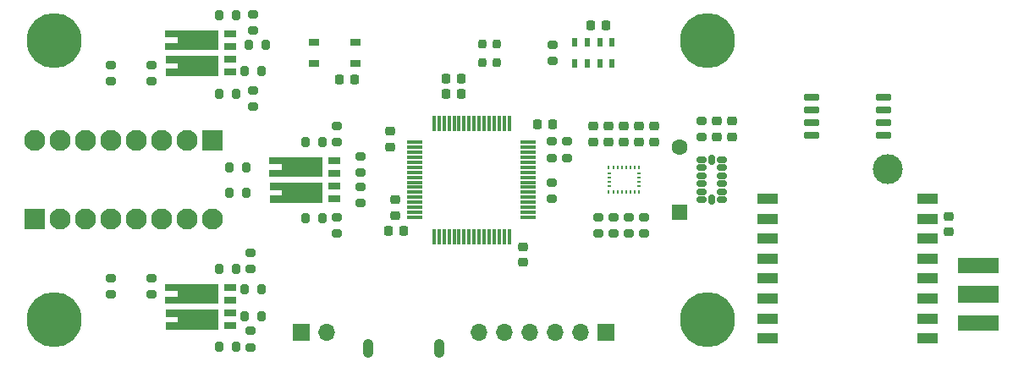
<source format=gts>
%TF.GenerationSoftware,KiCad,Pcbnew,(6.0.5)*%
%TF.CreationDate,2023-05-13T15:18:51-04:00*%
%TF.ProjectId,SAP Mk2,53415020-4d6b-4322-9e6b-696361645f70,rev?*%
%TF.SameCoordinates,Original*%
%TF.FileFunction,Soldermask,Top*%
%TF.FilePolarity,Negative*%
%FSLAX46Y46*%
G04 Gerber Fmt 4.6, Leading zero omitted, Abs format (unit mm)*
G04 Created by KiCad (PCBNEW (6.0.5)) date 2023-05-13 15:18:51*
%MOMM*%
%LPD*%
G01*
G04 APERTURE LIST*
G04 Aperture macros list*
%AMRoundRect*
0 Rectangle with rounded corners*
0 $1 Rounding radius*
0 $2 $3 $4 $5 $6 $7 $8 $9 X,Y pos of 4 corners*
0 Add a 4 corners polygon primitive as box body*
4,1,4,$2,$3,$4,$5,$6,$7,$8,$9,$2,$3,0*
0 Add four circle primitives for the rounded corners*
1,1,$1+$1,$2,$3*
1,1,$1+$1,$4,$5*
1,1,$1+$1,$6,$7*
1,1,$1+$1,$8,$9*
0 Add four rect primitives between the rounded corners*
20,1,$1+$1,$2,$3,$4,$5,0*
20,1,$1+$1,$4,$5,$6,$7,0*
20,1,$1+$1,$6,$7,$8,$9,0*
20,1,$1+$1,$8,$9,$2,$3,0*%
%AMFreePoly0*
4,1,9,-0.284426,1.863909,0.285574,1.863909,0.285574,3.063909,0.985574,3.063909,0.985574,-2.236091,-0.984426,-2.236091,-0.984426,3.063909,-0.284426,3.063909,-0.284426,1.863909,-0.284426,1.863909,$1*%
%AMFreePoly1*
4,1,9,-0.313160,1.982989,0.256840,1.982989,0.256840,3.182989,0.956840,3.182989,0.956840,-2.117011,-1.013160,-2.117011,-1.013160,3.182989,-0.313160,3.182989,-0.313160,1.982989,-0.313160,1.982989,$1*%
G04 Aperture macros list end*
%ADD10RoundRect,0.200000X0.200000X0.275000X-0.200000X0.275000X-0.200000X-0.275000X0.200000X-0.275000X0*%
%ADD11RoundRect,0.225000X-0.225000X-0.250000X0.225000X-0.250000X0.225000X0.250000X-0.225000X0.250000X0*%
%ADD12RoundRect,0.200000X0.275000X-0.200000X0.275000X0.200000X-0.275000X0.200000X-0.275000X-0.200000X0*%
%ADD13RoundRect,0.225000X0.250000X-0.225000X0.250000X0.225000X-0.250000X0.225000X-0.250000X-0.225000X0*%
%ADD14RoundRect,0.225000X-0.250000X0.225000X-0.250000X-0.225000X0.250000X-0.225000X0.250000X0.225000X0*%
%ADD15C,5.500000*%
%ADD16R,1.150000X0.700000*%
%ADD17FreePoly0,90.000000*%
%ADD18FreePoly1,90.000000*%
%ADD19RoundRect,0.200000X-0.275000X0.200000X-0.275000X-0.200000X0.275000X-0.200000X0.275000X0.200000X0*%
%ADD20RoundRect,0.200000X-0.200000X-0.250000X0.200000X-0.250000X0.200000X0.250000X-0.200000X0.250000X0*%
%ADD21RoundRect,0.225000X0.225000X0.250000X-0.225000X0.250000X-0.225000X-0.250000X0.225000X-0.250000X0*%
%ADD22R,4.190000X1.780000*%
%ADD23R,4.190000X1.500000*%
%ADD24R,2.000000X1.000000*%
%ADD25R,1.050000X0.650000*%
%ADD26RoundRect,0.150000X0.325000X0.150000X-0.325000X0.150000X-0.325000X-0.150000X0.325000X-0.150000X0*%
%ADD27RoundRect,0.150000X0.150000X0.325000X-0.150000X0.325000X-0.150000X-0.325000X0.150000X-0.325000X0*%
%ADD28RoundRect,0.075000X-0.075000X0.700000X-0.075000X-0.700000X0.075000X-0.700000X0.075000X0.700000X0*%
%ADD29RoundRect,0.075000X-0.700000X0.075000X-0.700000X-0.075000X0.700000X-0.075000X0.700000X0.075000X0*%
%ADD30R,0.550000X0.950000*%
%ADD31R,0.230000X0.350000*%
%ADD32R,0.350000X0.230000*%
%ADD33RoundRect,0.150000X-0.650000X-0.150000X0.650000X-0.150000X0.650000X0.150000X-0.650000X0.150000X0*%
%ADD34R,1.700000X1.700000*%
%ADD35O,1.700000X1.700000*%
%ADD36O,1.050000X1.900000*%
%ADD37R,2.100000X2.100000*%
%ADD38C,2.100000*%
%ADD39C,3.000000*%
%ADD40R,1.600000X1.600000*%
%ADD41C,1.600000*%
G04 APERTURE END LIST*
D10*
%TO.C,R38*%
X124675400Y-105867200D03*
X123025400Y-105867200D03*
%TD*%
D11*
%TO.C,C8*%
X157213000Y-103886000D03*
X158763000Y-103886000D03*
%TD*%
D12*
%TO.C,R11*%
X153340341Y-117195376D03*
X153340341Y-115545376D03*
%TD*%
D13*
%TO.C,C5*%
X157480000Y-115583000D03*
X157480000Y-114033000D03*
%TD*%
D12*
%TO.C,R14*%
X123190000Y-136156200D03*
X123190000Y-134506200D03*
%TD*%
D14*
%TO.C,C12*%
X137668000Y-121399000D03*
X137668000Y-122949000D03*
%TD*%
D15*
%TO.C,REF\u002A\u002A*%
X168910000Y-133350000D03*
%TD*%
D12*
%TO.C,R12*%
X154864341Y-117195376D03*
X154864341Y-115545376D03*
%TD*%
D16*
%TO.C,Q1*%
X121131000Y-133985000D03*
X121131000Y-132715000D03*
X121131000Y-131445000D03*
X121131000Y-130175000D03*
D17*
X117719909Y-133350574D03*
D18*
X117838989Y-130781840D03*
%TD*%
D14*
%TO.C,C2*%
X169815000Y-113525000D03*
X169815000Y-115075000D03*
%TD*%
D12*
%TO.C,R20*%
X123190000Y-128333000D03*
X123190000Y-126683000D03*
%TD*%
D19*
%TO.C,R1*%
X159512000Y-123127000D03*
X159512000Y-124777000D03*
%TD*%
D20*
%TO.C,Y1*%
X146341000Y-105755000D03*
X146341000Y-107605000D03*
X147791000Y-107605000D03*
X147791000Y-105755000D03*
%TD*%
D21*
%TO.C,C11*%
X133612489Y-109316978D03*
X132062489Y-109316978D03*
%TD*%
D19*
%TO.C,R28*%
X123444000Y-102807000D03*
X123444000Y-104457000D03*
%TD*%
D13*
%TO.C,C9*%
X159004000Y-115583000D03*
X159004000Y-114033000D03*
%TD*%
D12*
%TO.C,R16*%
X131826000Y-115633000D03*
X131826000Y-113983000D03*
%TD*%
D10*
%TO.C,R31*%
X124269000Y-130302000D03*
X122619000Y-130302000D03*
%TD*%
D12*
%TO.C,R6*%
X157988000Y-124777000D03*
X157988000Y-123127000D03*
%TD*%
D13*
%TO.C,C4*%
X160528000Y-115583000D03*
X160528000Y-114033000D03*
%TD*%
D11*
%TO.C,C13*%
X151867000Y-113792000D03*
X153417000Y-113792000D03*
%TD*%
D13*
%TO.C,C20*%
X193040000Y-124600000D03*
X193040000Y-123050000D03*
%TD*%
D10*
%TO.C,R24*%
X121729000Y-110794800D03*
X120079000Y-110794800D03*
%TD*%
D22*
%TO.C,AE1*%
X196013492Y-130837784D03*
D23*
X196013492Y-133744324D03*
X196013492Y-127931244D03*
%TD*%
D24*
%TO.C,U5*%
X174880000Y-121270000D03*
X174880000Y-123270000D03*
X174880000Y-125270000D03*
X174880000Y-127270000D03*
X174880000Y-129270000D03*
X174880000Y-131270000D03*
X174880000Y-133270000D03*
X174880000Y-135270000D03*
X190880000Y-135270000D03*
X190880000Y-133270000D03*
X190880000Y-131270000D03*
X190880000Y-129270000D03*
X190880000Y-127270000D03*
X190880000Y-125270000D03*
X190880000Y-123270000D03*
X190880000Y-121270000D03*
%TD*%
D19*
%TO.C,R21*%
X113284000Y-107887000D03*
X113284000Y-109537000D03*
%TD*%
%TO.C,R4*%
X153416000Y-105855000D03*
X153416000Y-107505000D03*
%TD*%
D16*
%TO.C,Q2*%
X131562011Y-121285000D03*
X131562011Y-120015000D03*
X131562011Y-118745000D03*
X131562011Y-117475000D03*
D17*
X128150920Y-120650574D03*
D18*
X128270000Y-118081840D03*
%TD*%
D19*
%TO.C,R10*%
X153340341Y-119641121D03*
X153340341Y-121291121D03*
%TD*%
D10*
%TO.C,R30*%
X121729000Y-102870000D03*
X120079000Y-102870000D03*
%TD*%
D13*
%TO.C,C7*%
X171339000Y-115075000D03*
X171339000Y-113525000D03*
%TD*%
D10*
%TO.C,R23*%
X121729000Y-128270000D03*
X120079000Y-128270000D03*
%TD*%
D25*
%TO.C,SW1*%
X133647000Y-105605000D03*
X129497000Y-105605000D03*
X129497000Y-107755000D03*
X133647000Y-107755000D03*
%TD*%
D19*
%TO.C,R27*%
X109220000Y-107887000D03*
X109220000Y-109537000D03*
%TD*%
D10*
%TO.C,R18*%
X130365000Y-115570000D03*
X128715000Y-115570000D03*
%TD*%
D19*
%TO.C,R26*%
X131826000Y-123127000D03*
X131826000Y-124777000D03*
%TD*%
D11*
%TO.C,C18*%
X142735000Y-109220000D03*
X144285000Y-109220000D03*
%TD*%
D26*
%TO.C,U3*%
X170307000Y-121380000D03*
X170307000Y-120580000D03*
X170307000Y-119780000D03*
X170307000Y-118980000D03*
X170307000Y-118180000D03*
X170307000Y-117380000D03*
D27*
X169307000Y-117380000D03*
D26*
X168307000Y-117380000D03*
X168307000Y-118180000D03*
X168307000Y-118980000D03*
X168307000Y-119780000D03*
X168307000Y-120580000D03*
X168307000Y-121380000D03*
D27*
X169307000Y-121380000D03*
%TD*%
D19*
%TO.C,R5*%
X161036000Y-123127000D03*
X161036000Y-124777000D03*
%TD*%
%TO.C,R22*%
X123444000Y-110427000D03*
X123444000Y-112077000D03*
%TD*%
D13*
%TO.C,C10*%
X163576000Y-115583000D03*
X163576000Y-114033000D03*
%TD*%
%TO.C,C1*%
X162052000Y-115583000D03*
X162052000Y-114033000D03*
%TD*%
D15*
%TO.C,REF\u002A\u002A*%
X103505000Y-133350000D03*
%TD*%
D10*
%TO.C,R15*%
X122745000Y-118110000D03*
X121095000Y-118110000D03*
%TD*%
D28*
%TO.C,U6*%
X149038000Y-113705000D03*
X148538000Y-113705000D03*
X148038000Y-113705000D03*
X147538000Y-113705000D03*
X147038000Y-113705000D03*
X146538000Y-113705000D03*
X146038000Y-113705000D03*
X145538000Y-113705000D03*
X145038000Y-113705000D03*
X144538000Y-113705000D03*
X144038000Y-113705000D03*
X143538000Y-113705000D03*
X143038000Y-113705000D03*
X142538000Y-113705000D03*
X142038000Y-113705000D03*
X141538000Y-113705000D03*
D29*
X139613000Y-115630000D03*
X139613000Y-116130000D03*
X139613000Y-116630000D03*
X139613000Y-117130000D03*
X139613000Y-117630000D03*
X139613000Y-118130000D03*
X139613000Y-118630000D03*
X139613000Y-119130000D03*
X139613000Y-119630000D03*
X139613000Y-120130000D03*
X139613000Y-120630000D03*
X139613000Y-121130000D03*
X139613000Y-121630000D03*
X139613000Y-122130000D03*
X139613000Y-122630000D03*
X139613000Y-123130000D03*
D28*
X141538000Y-125055000D03*
X142038000Y-125055000D03*
X142538000Y-125055000D03*
X143038000Y-125055000D03*
X143538000Y-125055000D03*
X144038000Y-125055000D03*
X144538000Y-125055000D03*
X145038000Y-125055000D03*
X145538000Y-125055000D03*
X146038000Y-125055000D03*
X146538000Y-125055000D03*
X147038000Y-125055000D03*
X147538000Y-125055000D03*
X148038000Y-125055000D03*
X148538000Y-125055000D03*
X149038000Y-125055000D03*
D29*
X150963000Y-123130000D03*
X150963000Y-122630000D03*
X150963000Y-122130000D03*
X150963000Y-121630000D03*
X150963000Y-121130000D03*
X150963000Y-120630000D03*
X150963000Y-120130000D03*
X150963000Y-119630000D03*
X150963000Y-119130000D03*
X150963000Y-118630000D03*
X150963000Y-118130000D03*
X150963000Y-117630000D03*
X150963000Y-117130000D03*
X150963000Y-116630000D03*
X150963000Y-116130000D03*
X150963000Y-115630000D03*
%TD*%
D30*
%TO.C,U2*%
X159355000Y-105605000D03*
X158105000Y-105605000D03*
X156855000Y-105605000D03*
X155605000Y-105605000D03*
X155605000Y-107755000D03*
X156855000Y-107755000D03*
X158105000Y-107755000D03*
X159355000Y-107755000D03*
%TD*%
D13*
%TO.C,C15*%
X137160000Y-116091000D03*
X137160000Y-114541000D03*
%TD*%
D19*
%TO.C,R3*%
X168291000Y-113475000D03*
X168291000Y-115125000D03*
%TD*%
%TO.C,R2*%
X162560000Y-123127000D03*
X162560000Y-124777000D03*
%TD*%
D14*
%TO.C,C14*%
X150422078Y-126103070D03*
X150422078Y-127653070D03*
%TD*%
D10*
%TO.C,R25*%
X122745000Y-120650000D03*
X121095000Y-120650000D03*
%TD*%
%TO.C,R34*%
X124269000Y-133045200D03*
X122619000Y-133045200D03*
%TD*%
D12*
%TO.C,R13*%
X109220000Y-130873000D03*
X109220000Y-129223000D03*
%TD*%
D21*
%TO.C,C16*%
X138512449Y-124475255D03*
X136962449Y-124475255D03*
%TD*%
D16*
%TO.C,Q3*%
X121131000Y-108585000D03*
X121131000Y-107315000D03*
X121131000Y-106045000D03*
X121131000Y-104775000D03*
D17*
X117719909Y-107950574D03*
D18*
X117838989Y-105381840D03*
%TD*%
D10*
%TO.C,R39*%
X124269000Y-108458000D03*
X122619000Y-108458000D03*
%TD*%
D31*
%TO.C,U4*%
X159023000Y-118155000D03*
D32*
X159053000Y-118735000D03*
X159053000Y-119165000D03*
X159053000Y-119595000D03*
X159053000Y-120025000D03*
D31*
X159023000Y-120605000D03*
X159453000Y-120605000D03*
X159883000Y-120605000D03*
X160313000Y-120605000D03*
X160743000Y-120605000D03*
X161173000Y-120605000D03*
X161603000Y-120605000D03*
X162033000Y-120605000D03*
D32*
X162003000Y-120025000D03*
X162003000Y-119595000D03*
X162003000Y-119165000D03*
X162003000Y-118735000D03*
D31*
X162033000Y-118155000D03*
X161603000Y-118155000D03*
X161173000Y-118155000D03*
X160743000Y-118155000D03*
X160313000Y-118155000D03*
X159883000Y-118155000D03*
X159453000Y-118155000D03*
%TD*%
D12*
%TO.C,R35*%
X134213600Y-121729000D03*
X134213600Y-120079000D03*
%TD*%
D10*
%TO.C,R29*%
X130365000Y-123190000D03*
X128715000Y-123190000D03*
%TD*%
D15*
%TO.C,REF\u002A\u002A*%
X103505000Y-105410000D03*
%TD*%
D12*
%TO.C,R32*%
X134213600Y-118681000D03*
X134213600Y-117031000D03*
%TD*%
D11*
%TO.C,C17*%
X142735000Y-110744000D03*
X144285000Y-110744000D03*
%TD*%
D12*
%TO.C,R19*%
X113284000Y-130873000D03*
X113284000Y-129223000D03*
%TD*%
D15*
%TO.C,REF\u002A\u002A*%
X168910000Y-105410000D03*
%TD*%
D33*
%TO.C,U8*%
X179280000Y-111125000D03*
X179280000Y-112395000D03*
X179280000Y-113665000D03*
X179280000Y-114935000D03*
X186480000Y-114935000D03*
X186480000Y-113665000D03*
X186480000Y-112395000D03*
X186480000Y-111125000D03*
%TD*%
D10*
%TO.C,R17*%
X121729000Y-136093200D03*
X120079000Y-136093200D03*
%TD*%
D34*
%TO.C,J4*%
X158750000Y-134620000D03*
D35*
X156210000Y-134620000D03*
X153670000Y-134620000D03*
X151130000Y-134620000D03*
X148590000Y-134620000D03*
X146050000Y-134620000D03*
%TD*%
D36*
%TO.C,J1*%
X134898400Y-136296400D03*
X142048400Y-136296400D03*
%TD*%
D37*
%TO.C,J3*%
X101600000Y-123310000D03*
D38*
X104140000Y-123310000D03*
X106680000Y-123310000D03*
X109220000Y-123310000D03*
X111760000Y-123310000D03*
X114300000Y-123310000D03*
X116840000Y-123310000D03*
X119380000Y-123310000D03*
%TD*%
D39*
%TO.C,U7*%
X186890000Y-118275000D03*
%TD*%
D34*
%TO.C,J5*%
X128270000Y-134620000D03*
D35*
X130810000Y-134620000D03*
%TD*%
D37*
%TO.C,J2*%
X119383547Y-115435154D03*
D38*
X116843547Y-115435154D03*
X114303547Y-115435154D03*
X111763547Y-115435154D03*
X109223547Y-115435154D03*
X106683547Y-115435154D03*
X104143547Y-115435154D03*
X101603547Y-115435154D03*
%TD*%
D40*
%TO.C,LS1*%
X166116000Y-122630000D03*
D41*
X166116000Y-116130000D03*
%TD*%
M02*

</source>
